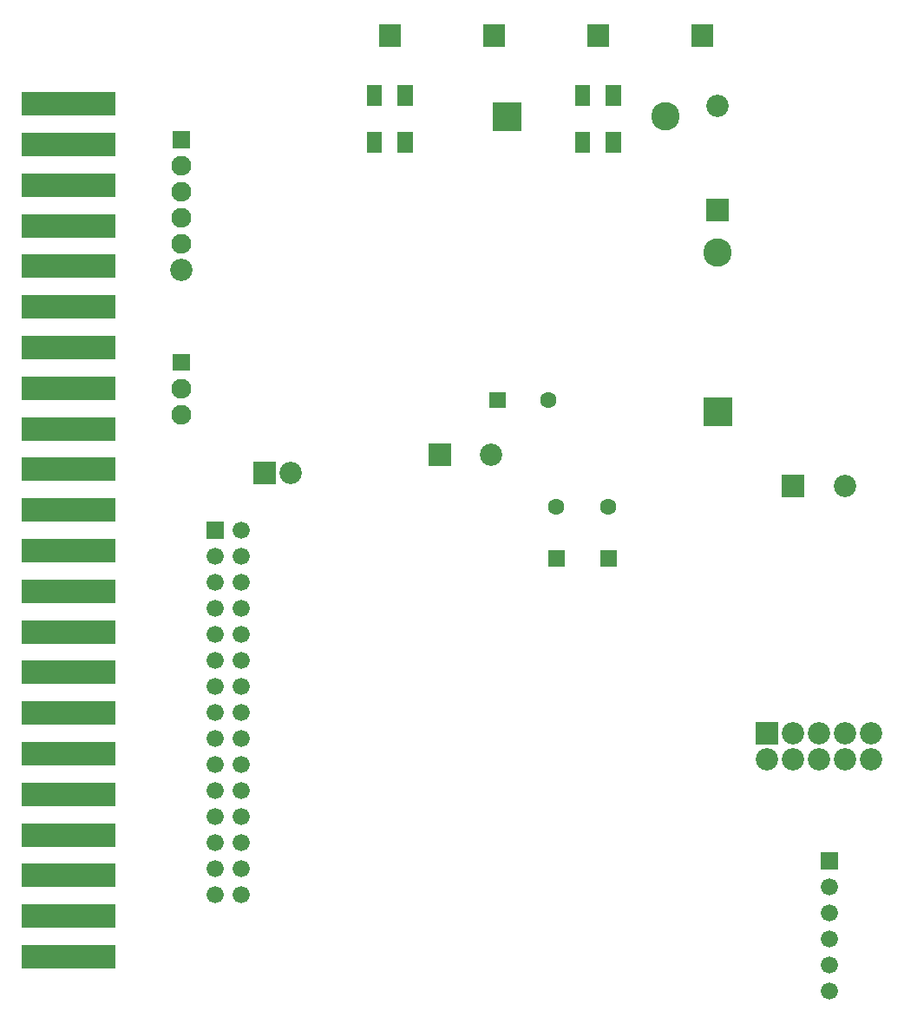
<source format=gbs>
G04 start of page 2 for group 11 layer_idx 11 *
G04 Title: (unknown), bottom_mask *
G04 Creator: pcb-rnd 2.3.2 *
G04 CreationDate: 2021-07-14 03:04:30 UTC *
G04 For:  *
G04 Format: Gerber/RS-274X *
G04 PCB-Dimensions: 1000000 1000000 *
G04 PCB-Coordinate-Origin: lower left *
%MOIN*%
%FSLAX25Y25*%
%LNBOTTOM_MASK_NONE_11*%
%ADD100C,0.0660*%
%ADD99C,0.0630*%
%ADD98C,0.1090*%
%ADD97C,0.0860*%
%ADD96C,0.0760*%
%ADD95C,0.0001*%
G54D95*G36*
X133500Y890300D02*Y899300D01*
X97500D01*
Y890300D01*
X133500D01*
G37*
G36*
Y874700D02*Y883700D01*
X97500D01*
Y874700D01*
X133500D01*
G37*
G36*
Y859100D02*Y868100D01*
X97500D01*
Y859100D01*
X133500D01*
G37*
G36*
Y843500D02*Y852500D01*
X97500D01*
Y843500D01*
X133500D01*
G37*
G36*
X162300Y884300D02*Y877700D01*
X155700D01*
Y884300D01*
X162300D01*
G37*
G54D96*X159000Y871000D03*
Y861000D03*
Y851000D03*
Y841000D03*
G54D95*G36*
X315954Y884040D02*X310236D01*
Y875960D01*
X315954D01*
Y884040D01*
G37*
G36*
Y902040D02*X310236D01*
Y893960D01*
X315954D01*
Y902040D01*
G37*
G36*
X327764D02*X322046D01*
Y893960D01*
X327764D01*
Y902040D01*
G37*
G36*
Y884040D02*X322046D01*
Y875960D01*
X327764D01*
Y884040D01*
G37*
G54D97*X365000Y894000D03*
G54D98*X345024Y890000D03*
G54D95*G36*
X283469Y777846D02*Y784154D01*
X277161D01*
Y777846D01*
X283469D01*
G37*
G54D99*X300000Y781000D03*
G54D95*G36*
X254000Y764300D02*X262600D01*
Y755700D01*
X254000D01*
Y764300D01*
G37*
G54D97*X278000Y760000D03*
G54D95*G36*
X326154Y723312D02*X319846D01*
Y717003D01*
X326154D01*
Y723312D01*
G37*
G54D99*X323000Y739843D03*
G54D95*G36*
X306154Y723312D02*X299846D01*
Y717003D01*
X306154D01*
Y723312D01*
G37*
G54D99*X303000Y739843D03*
G54D95*G36*
X363221Y916763D02*Y925237D01*
X354747D01*
Y916763D01*
X363221D01*
G37*
G36*
X360700Y849700D02*Y858300D01*
X369300D01*
Y849700D01*
X360700D01*
G37*
G54D98*X365000Y837512D03*
G54D95*G36*
X359500Y770988D02*X370500D01*
Y781988D01*
X359500D01*
Y770988D01*
G37*
G54D97*X394000Y652990D03*
G54D95*G36*
X379700Y657290D02*X388300D01*
Y648690D01*
X379700D01*
Y657290D01*
G37*
G36*
X389700Y752290D02*X398300D01*
Y743690D01*
X389700D01*
Y752290D01*
G37*
G54D97*X384000Y642990D03*
X394000D03*
X404000Y652990D03*
Y642990D03*
X414000Y652990D03*
Y747990D03*
Y642990D03*
G54D95*G36*
X411300Y607300D02*Y600700D01*
X404700D01*
Y607300D01*
X411300D01*
G37*
G54D100*X408000Y594000D03*
Y584000D03*
Y574000D03*
Y564000D03*
Y554000D03*
G54D97*X424000Y652990D03*
Y642990D03*
G54D95*G36*
X323221Y916763D02*Y925237D01*
X314747D01*
Y916763D01*
X323221D01*
G37*
G36*
X243221D02*Y925237D01*
X234747D01*
Y916763D01*
X243221D01*
G37*
G36*
X235954Y902040D02*X230236D01*
Y893960D01*
X235954D01*
Y902040D01*
G37*
G36*
X247764D02*X242046D01*
Y893960D01*
X247764D01*
Y902040D01*
G37*
G36*
X283221Y916763D02*Y925237D01*
X274747D01*
Y916763D01*
X283221D01*
G37*
G36*
X235954Y884040D02*X230236D01*
Y875960D01*
X235954D01*
Y884040D01*
G37*
G36*
X247764D02*X242046D01*
Y875960D01*
X247764D01*
Y884040D01*
G37*
G36*
X278500Y895500D02*Y884500D01*
X289500D01*
Y895500D01*
X278500D01*
G37*
G36*
X133500Y827900D02*Y836900D01*
X97500D01*
Y827900D01*
X133500D01*
G37*
G54D97*X159000Y831000D03*
G54D95*G36*
X133500Y812300D02*Y821300D01*
X97500D01*
Y812300D01*
X133500D01*
G37*
G36*
Y796700D02*Y805700D01*
X97500D01*
Y796700D01*
X133500D01*
G37*
G36*
X175300Y734300D02*Y727700D01*
X168700D01*
Y734300D01*
X175300D01*
G37*
G36*
X162300Y798800D02*Y792200D01*
X155700D01*
Y798800D01*
X162300D01*
G37*
G54D96*X159000Y785500D03*
Y775500D03*
G54D100*X182000Y731000D03*
X172000Y721000D03*
G54D95*G36*
X186700Y757300D02*X195300D01*
Y748700D01*
X186700D01*
Y757300D01*
G37*
G54D97*X200843Y753000D03*
G54D100*X182000Y721000D03*
X172000Y711000D03*
X182000D03*
X172000Y701000D03*
X182000D03*
X172000Y691000D03*
Y681000D03*
Y671000D03*
Y661000D03*
Y651000D03*
Y641000D03*
Y631000D03*
Y621000D03*
Y611000D03*
Y601000D03*
Y591000D03*
X182000Y691000D03*
Y681000D03*
Y671000D03*
Y661000D03*
Y651000D03*
Y641000D03*
Y631000D03*
Y621000D03*
Y611000D03*
Y601000D03*
Y591000D03*
G54D95*G36*
X133500Y781100D02*Y790100D01*
X97500D01*
Y781100D01*
X133500D01*
G37*
G36*
Y765500D02*Y774500D01*
X97500D01*
Y765500D01*
X133500D01*
G37*
G36*
Y749900D02*Y758900D01*
X97500D01*
Y749900D01*
X133500D01*
G37*
G36*
Y734300D02*Y743300D01*
X97500D01*
Y734300D01*
X133500D01*
G37*
G36*
Y718700D02*Y727700D01*
X97500D01*
Y718700D01*
X133500D01*
G37*
G36*
Y703100D02*Y712100D01*
X97500D01*
Y703100D01*
X133500D01*
G37*
G36*
Y687500D02*Y696500D01*
X97500D01*
Y687500D01*
X133500D01*
G37*
G36*
Y671900D02*Y680900D01*
X97500D01*
Y671900D01*
X133500D01*
G37*
G36*
Y656300D02*Y665300D01*
X97500D01*
Y656300D01*
X133500D01*
G37*
G36*
Y640700D02*Y649700D01*
X97500D01*
Y640700D01*
X133500D01*
G37*
G36*
Y625100D02*Y634100D01*
X97500D01*
Y625100D01*
X133500D01*
G37*
G36*
Y609500D02*Y618500D01*
X97500D01*
Y609500D01*
X133500D01*
G37*
G36*
Y593900D02*Y602900D01*
X97500D01*
Y593900D01*
X133500D01*
G37*
G36*
Y578300D02*Y587300D01*
X97500D01*
Y578300D01*
X133500D01*
G37*
G36*
Y562700D02*Y571700D01*
X97500D01*
Y562700D01*
X133500D01*
G37*
M02*

</source>
